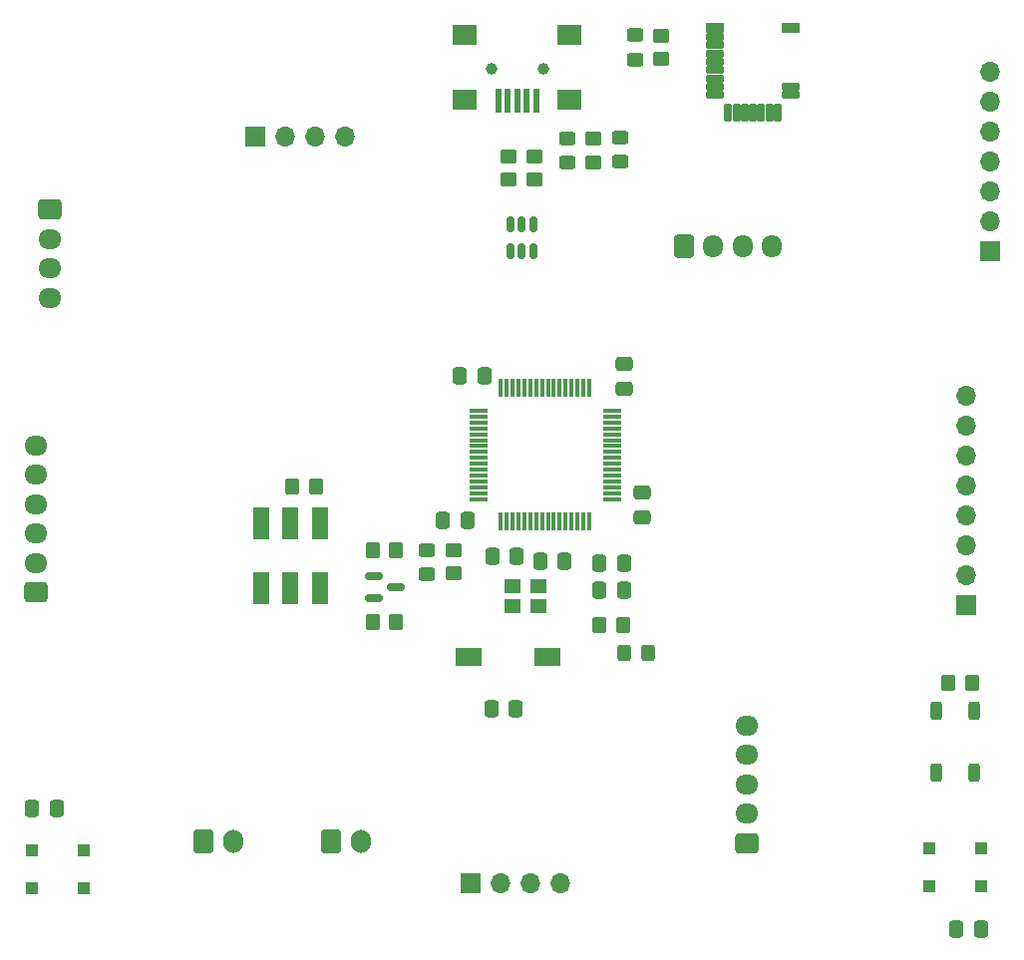
<source format=gbr>
%TF.GenerationSoftware,KiCad,Pcbnew,9.0.1*%
%TF.CreationDate,2025-05-06T17:46:24-06:00*%
%TF.ProjectId,2025_04_STM32F103_RobotBrain,32303235-5f30-4345-9f53-544d33324631,rev?*%
%TF.SameCoordinates,Original*%
%TF.FileFunction,Soldermask,Top*%
%TF.FilePolarity,Negative*%
%FSLAX46Y46*%
G04 Gerber Fmt 4.6, Leading zero omitted, Abs format (unit mm)*
G04 Created by KiCad (PCBNEW 9.0.1) date 2025-05-06 17:46:24*
%MOMM*%
%LPD*%
G01*
G04 APERTURE LIST*
G04 Aperture macros list*
%AMRoundRect*
0 Rectangle with rounded corners*
0 $1 Rounding radius*
0 $2 $3 $4 $5 $6 $7 $8 $9 X,Y pos of 4 corners*
0 Add a 4 corners polygon primitive as box body*
4,1,4,$2,$3,$4,$5,$6,$7,$8,$9,$2,$3,0*
0 Add four circle primitives for the rounded corners*
1,1,$1+$1,$2,$3*
1,1,$1+$1,$4,$5*
1,1,$1+$1,$6,$7*
1,1,$1+$1,$8,$9*
0 Add four rect primitives between the rounded corners*
20,1,$1+$1,$2,$3,$4,$5,0*
20,1,$1+$1,$4,$5,$6,$7,0*
20,1,$1+$1,$6,$7,$8,$9,0*
20,1,$1+$1,$8,$9,$2,$3,0*%
G04 Aperture macros list end*
%ADD10RoundRect,0.102000X-0.700000X-0.300000X0.700000X-0.300000X0.700000X0.300000X-0.700000X0.300000X0*%
%ADD11RoundRect,0.102000X-0.700000X-0.200000X0.700000X-0.200000X0.700000X0.200000X-0.700000X0.200000X0*%
%ADD12RoundRect,0.102000X-0.200000X-0.700000X0.200000X-0.700000X0.200000X0.700000X-0.200000X0.700000X0*%
%ADD13RoundRect,0.250000X-0.450000X0.350000X-0.450000X-0.350000X0.450000X-0.350000X0.450000X0.350000X0*%
%ADD14RoundRect,0.075000X0.075000X-0.700000X0.075000X0.700000X-0.075000X0.700000X-0.075000X-0.700000X0*%
%ADD15RoundRect,0.075000X0.700000X-0.075000X0.700000X0.075000X-0.700000X0.075000X-0.700000X-0.075000X0*%
%ADD16RoundRect,0.250000X0.350000X0.450000X-0.350000X0.450000X-0.350000X-0.450000X0.350000X-0.450000X0*%
%ADD17RoundRect,0.250000X0.450000X-0.350000X0.450000X0.350000X-0.450000X0.350000X-0.450000X-0.350000X0*%
%ADD18RoundRect,0.250000X-0.337500X-0.475000X0.337500X-0.475000X0.337500X0.475000X-0.337500X0.475000X0*%
%ADD19RoundRect,0.250000X-0.600000X-0.750000X0.600000X-0.750000X0.600000X0.750000X-0.600000X0.750000X0*%
%ADD20O,1.700000X2.000000*%
%ADD21R,1.700000X1.700000*%
%ADD22O,1.700000X1.700000*%
%ADD23RoundRect,0.250000X0.725000X-0.600000X0.725000X0.600000X-0.725000X0.600000X-0.725000X-0.600000X0*%
%ADD24O,1.950000X1.700000*%
%ADD25RoundRect,0.250000X0.450000X-0.325000X0.450000X0.325000X-0.450000X0.325000X-0.450000X-0.325000X0*%
%ADD26RoundRect,0.150000X-0.587500X-0.150000X0.587500X-0.150000X0.587500X0.150000X-0.587500X0.150000X0*%
%ADD27RoundRect,0.250000X-0.450000X0.325000X-0.450000X-0.325000X0.450000X-0.325000X0.450000X0.325000X0*%
%ADD28RoundRect,0.250000X-0.350000X-0.450000X0.350000X-0.450000X0.350000X0.450000X-0.350000X0.450000X0*%
%ADD29R,1.000000X1.000000*%
%ADD30RoundRect,0.250000X0.337500X0.475000X-0.337500X0.475000X-0.337500X-0.475000X0.337500X-0.475000X0*%
%ADD31RoundRect,0.250000X-0.725000X0.600000X-0.725000X-0.600000X0.725000X-0.600000X0.725000X0.600000X0*%
%ADD32RoundRect,0.250000X-0.475000X0.337500X-0.475000X-0.337500X0.475000X-0.337500X0.475000X0.337500X0*%
%ADD33RoundRect,0.150000X-0.150000X0.512500X-0.150000X-0.512500X0.150000X-0.512500X0.150000X0.512500X0*%
%ADD34RoundRect,0.250000X-0.600000X-0.725000X0.600000X-0.725000X0.600000X0.725000X-0.600000X0.725000X0*%
%ADD35O,1.700000X1.950000*%
%ADD36R,1.400000X1.200000*%
%ADD37R,2.300000X1.500000*%
%ADD38RoundRect,0.250000X0.325000X0.450000X-0.325000X0.450000X-0.325000X-0.450000X0.325000X-0.450000X0*%
%ADD39RoundRect,0.250000X0.475000X-0.337500X0.475000X0.337500X-0.475000X0.337500X-0.475000X-0.337500X0*%
%ADD40RoundRect,0.250000X-0.250000X0.525000X-0.250000X-0.525000X0.250000X-0.525000X0.250000X0.525000X0*%
%ADD41RoundRect,0.102000X0.600000X1.250000X-0.600000X1.250000X-0.600000X-1.250000X0.600000X-1.250000X0*%
%ADD42C,1.000000*%
%ADD43R,0.500000X2.000000*%
%ADD44R,2.000000X1.700000*%
G04 APERTURE END LIST*
D10*
%TO.C,MDBT42T-AT1*%
X161600000Y-30800000D03*
D11*
X161600000Y-35800000D03*
X161600000Y-36500000D03*
D12*
X160500000Y-38000000D03*
X159800000Y-38000000D03*
X159100000Y-38000000D03*
X158400000Y-38000000D03*
X157700000Y-38000000D03*
X157000000Y-38000000D03*
X156300000Y-38000000D03*
D11*
X155200000Y-36500000D03*
X155200000Y-35800000D03*
X155200000Y-35100000D03*
X155200000Y-34400000D03*
X155200000Y-33700000D03*
X155200000Y-33000000D03*
X155200000Y-32300000D03*
X155200000Y-31600000D03*
D10*
X155200000Y-30800000D03*
%TD*%
D13*
%TO.C,R2*%
X137680000Y-41715000D03*
X137680000Y-43715000D03*
%TD*%
D14*
%TO.C,U1*%
X136990000Y-72760000D03*
X137490000Y-72760000D03*
X137990000Y-72760000D03*
X138490000Y-72760000D03*
X138990000Y-72760000D03*
X139490000Y-72760000D03*
X139990000Y-72760000D03*
X140490000Y-72760000D03*
X140990000Y-72760000D03*
X141490000Y-72760000D03*
X141990000Y-72760000D03*
X142490000Y-72760000D03*
X142990000Y-72760000D03*
X143490000Y-72760000D03*
X143990000Y-72760000D03*
X144490000Y-72760000D03*
D15*
X146415000Y-70835000D03*
X146415000Y-70335000D03*
X146415000Y-69835000D03*
X146415000Y-69335000D03*
X146415000Y-68835000D03*
X146415000Y-68335000D03*
X146415000Y-67835000D03*
X146415000Y-67335000D03*
X146415000Y-66835000D03*
X146415000Y-66335000D03*
X146415000Y-65835000D03*
X146415000Y-65335000D03*
X146415000Y-64835000D03*
X146415000Y-64335000D03*
X146415000Y-63835000D03*
X146415000Y-63335000D03*
D14*
X144490000Y-61410000D03*
X143990000Y-61410000D03*
X143490000Y-61410000D03*
X142990000Y-61410000D03*
X142490000Y-61410000D03*
X141990000Y-61410000D03*
X141490000Y-61410000D03*
X140990000Y-61410000D03*
X140490000Y-61410000D03*
X139990000Y-61410000D03*
X139490000Y-61410000D03*
X138990000Y-61410000D03*
X138490000Y-61410000D03*
X137990000Y-61410000D03*
X137490000Y-61410000D03*
X136990000Y-61410000D03*
D15*
X135065000Y-63335000D03*
X135065000Y-63835000D03*
X135065000Y-64335000D03*
X135065000Y-64835000D03*
X135065000Y-65335000D03*
X135065000Y-65835000D03*
X135065000Y-66335000D03*
X135065000Y-66835000D03*
X135065000Y-67335000D03*
X135065000Y-67835000D03*
X135065000Y-68335000D03*
X135065000Y-68835000D03*
X135065000Y-69335000D03*
X135065000Y-69835000D03*
X135065000Y-70335000D03*
X135065000Y-70835000D03*
%TD*%
D16*
%TO.C,R9*%
X128117500Y-81300000D03*
X126117500Y-81300000D03*
%TD*%
D17*
%TO.C,R3*%
X139860000Y-43735000D03*
X139860000Y-41735000D03*
%TD*%
D18*
%TO.C,C12*%
X97200000Y-97150000D03*
X99275000Y-97150000D03*
%TD*%
D19*
%TO.C,J6*%
X122580000Y-99900000D03*
D20*
X125080000Y-99900000D03*
%TD*%
D21*
%TO.C,J9*%
X178500000Y-49800000D03*
D22*
X178500000Y-47260000D03*
X178500000Y-44720000D03*
X178500000Y-42180000D03*
X178500000Y-39640000D03*
X178500000Y-37100000D03*
X178500000Y-34560000D03*
%TD*%
D23*
%TO.C,J8*%
X157890000Y-100070000D03*
D24*
X157890000Y-97570000D03*
X157890000Y-95070000D03*
X157890000Y-92570000D03*
X157890000Y-90070000D03*
%TD*%
D21*
%TO.C,J2*%
X176465000Y-79835000D03*
D22*
X176465000Y-77295000D03*
X176465000Y-74755000D03*
X176465000Y-72215000D03*
X176465000Y-69675000D03*
X176465000Y-67135000D03*
X176465000Y-64595000D03*
X176465000Y-62055000D03*
%TD*%
D25*
%TO.C,D4*%
X148410000Y-33500000D03*
X148410000Y-31450000D03*
%TD*%
D26*
%TO.C,Q1*%
X126210000Y-77360000D03*
X126210000Y-79260000D03*
X128085000Y-78310000D03*
%TD*%
D27*
%TO.C,D3*%
X130690000Y-75155000D03*
X130690000Y-77205000D03*
%TD*%
D28*
%TO.C,R5*%
X145347500Y-81570000D03*
X147347500Y-81570000D03*
%TD*%
D29*
%TO.C,LED1*%
X97150000Y-100700000D03*
X97150000Y-103900000D03*
X101550000Y-103900000D03*
X101550000Y-100700000D03*
%TD*%
D27*
%TO.C,F1*%
X142670000Y-40210000D03*
X142670000Y-42260000D03*
%TD*%
D30*
%TO.C,C9*%
X138337500Y-75730000D03*
X136262500Y-75730000D03*
%TD*%
D16*
%TO.C,R10*%
X128117500Y-75210000D03*
X126117500Y-75210000D03*
%TD*%
D21*
%TO.C,J4*%
X116160000Y-40040000D03*
D22*
X118700000Y-40040000D03*
X121240000Y-40040000D03*
X123780000Y-40040000D03*
%TD*%
D28*
%TO.C,R8*%
X175000000Y-86410000D03*
X177000000Y-86410000D03*
%TD*%
D31*
%TO.C,J11*%
X98720000Y-46270000D03*
D24*
X98720000Y-48770000D03*
X98720000Y-51270000D03*
X98720000Y-53770000D03*
%TD*%
D30*
%TO.C,C2*%
X135577500Y-60340000D03*
X133502500Y-60340000D03*
%TD*%
D13*
%TO.C,R6*%
X132960000Y-75150000D03*
X132960000Y-77150000D03*
%TD*%
D17*
%TO.C,R7*%
X150640000Y-33475000D03*
X150640000Y-31475000D03*
%TD*%
D32*
%TO.C,C4*%
X148960000Y-70302500D03*
X148960000Y-72377500D03*
%TD*%
D33*
%TO.C,U2*%
X139730000Y-47510000D03*
X138780000Y-47510000D03*
X137830000Y-47510000D03*
X137830000Y-49785000D03*
X138780000Y-49785000D03*
X139730000Y-49785000D03*
%TD*%
D18*
%TO.C,C5*%
X145352500Y-76290000D03*
X147427500Y-76290000D03*
%TD*%
D21*
%TO.C,J3*%
X134460000Y-103485000D03*
D22*
X137000000Y-103485000D03*
X139540000Y-103485000D03*
X142080000Y-103485000D03*
%TD*%
D34*
%TO.C,J7*%
X152510000Y-49370000D03*
D35*
X155010000Y-49370000D03*
X157510000Y-49370000D03*
X160010000Y-49370000D03*
%TD*%
D36*
%TO.C,Y2*%
X137952500Y-79920000D03*
X140152500Y-79920000D03*
X140152500Y-78220000D03*
X137952500Y-78220000D03*
%TD*%
D37*
%TO.C,SW1*%
X134220000Y-84280000D03*
X140920000Y-84280000D03*
%TD*%
D18*
%TO.C,C6*%
X145352500Y-78580000D03*
X147427500Y-78580000D03*
%TD*%
D19*
%TO.C,J5*%
X111750000Y-99875000D03*
D20*
X114250000Y-99875000D03*
%TD*%
D38*
%TO.C,D2*%
X149492500Y-83950000D03*
X147442500Y-83950000D03*
%TD*%
D30*
%TO.C,C1*%
X134137500Y-72690000D03*
X132062500Y-72690000D03*
%TD*%
D29*
%TO.C,LED2*%
X177760000Y-103740000D03*
X177760000Y-100540000D03*
X173360000Y-100540000D03*
X173360000Y-103740000D03*
%TD*%
D18*
%TO.C,C8*%
X140312500Y-76140000D03*
X142387500Y-76140000D03*
%TD*%
D16*
%TO.C,R1*%
X121300000Y-69810000D03*
X119300000Y-69810000D03*
%TD*%
D23*
%TO.C,J10*%
X97510000Y-78760000D03*
D24*
X97510000Y-76260000D03*
X97510000Y-73760000D03*
X97510000Y-71260000D03*
X97510000Y-68760000D03*
X97510000Y-66260000D03*
%TD*%
D39*
%TO.C,C3*%
X147470000Y-61457500D03*
X147470000Y-59382500D03*
%TD*%
D40*
%TO.C,SW2*%
X177200000Y-88835000D03*
X177200000Y-94085000D03*
X174000000Y-88835000D03*
X174000000Y-94085000D03*
%TD*%
D25*
%TO.C,D1*%
X147160000Y-42210000D03*
X147160000Y-40160000D03*
%TD*%
D41*
%TO.C,S1*%
X121610000Y-72880000D03*
X119110000Y-72880000D03*
X116610000Y-72880000D03*
X121610000Y-78380000D03*
X119110000Y-78380000D03*
X116610000Y-78380000D03*
%TD*%
D30*
%TO.C,C11*%
X177747500Y-107320000D03*
X175672500Y-107320000D03*
%TD*%
D42*
%TO.C,J1*%
X140580000Y-34300000D03*
X136180000Y-34300000D03*
D43*
X139980000Y-37000000D03*
X139180000Y-37000000D03*
X138380000Y-37000000D03*
X137580000Y-37000000D03*
X136780000Y-37000000D03*
D44*
X142830000Y-36900000D03*
X142830000Y-31450000D03*
X133930000Y-36900000D03*
X133930000Y-31450000D03*
%TD*%
D30*
%TO.C,C7*%
X138247500Y-88630000D03*
X136172500Y-88630000D03*
%TD*%
D17*
%TO.C,R4*%
X144880000Y-42215000D03*
X144880000Y-40215000D03*
%TD*%
M02*

</source>
